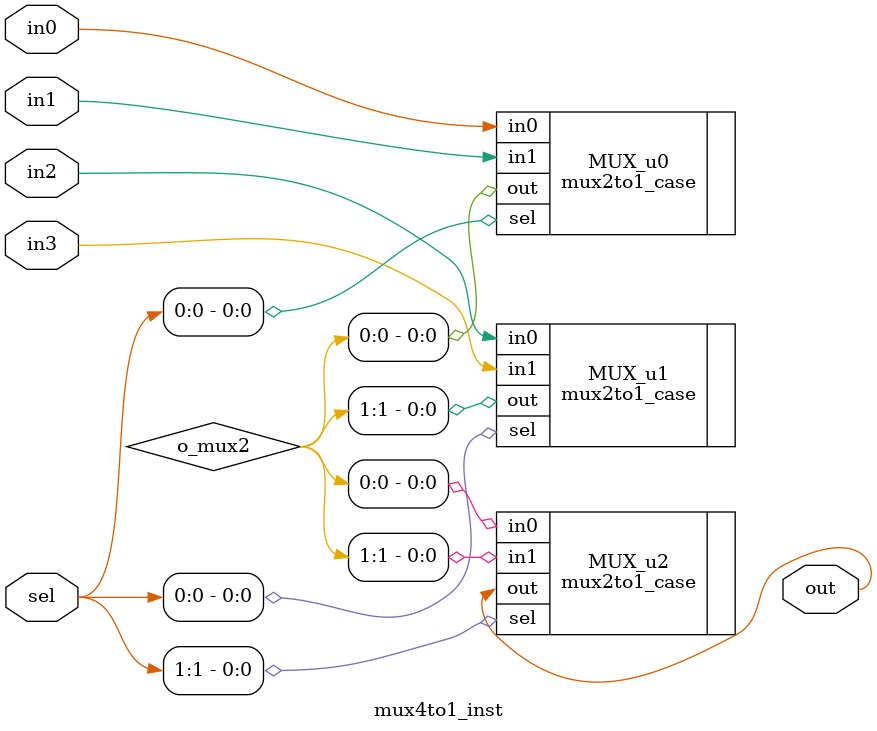
<source format=v>
module   mux4to1_inst(    out,
                          in0,
                          in1,
                          in2,
                          in3,                          
                          sel);
                          
output           out              ;

input            in0              ;
input            in1              ; 
input            in2              ; 
input            in3              ; 
input   [1:0]    sel              ;  

wire    [1:0]    o_mux2           ;

mux2to1_case       MUX_u0(    .out       ( o_mux2[0]  ),
                              .in0       ( in0        ),
                              .in1       ( in1        ),
                              .sel       ( sel[0]     ));

mux2to1_case       MUX_u1(    .out       ( o_mux2[1]  ),
                              .in0       ( in2        ),
                              .in1       ( in3        ),
                              .sel       ( sel[0]     ));
                           
mux2to1_case       MUX_u2(    .out       ( out        ),
                              .in0       ( o_mux2[0]  ),
                              .in1       ( o_mux2[1]  ),
                              .sel       ( sel[1]     ));                           
endmodule

</source>
